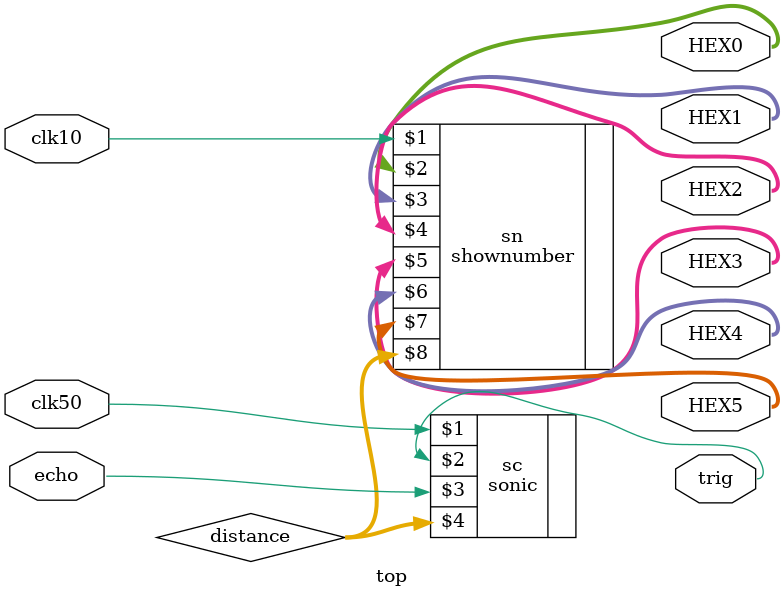
<source format=v>
module top(
	input clk50,
	output trig, 
	input echo,
	input clk10, 
	output [6:0] HEX0,
	output [6:0] HEX1,
	output [6:0] HEX2,
	output [6:0] HEX3,
	output [6:0] HEX4,
	output [6:0] HEX5
);
  
  wire [32:0] distance;

  sonic sc (
    clk50,
	 trig,
	 echo,
	 distance
  );
   
  shownumber sn (
    clk10,
	 HEX0, HEX1, HEX2, HEX3, HEX4, HEX5,
	 distance
  );
endmodule
</source>
